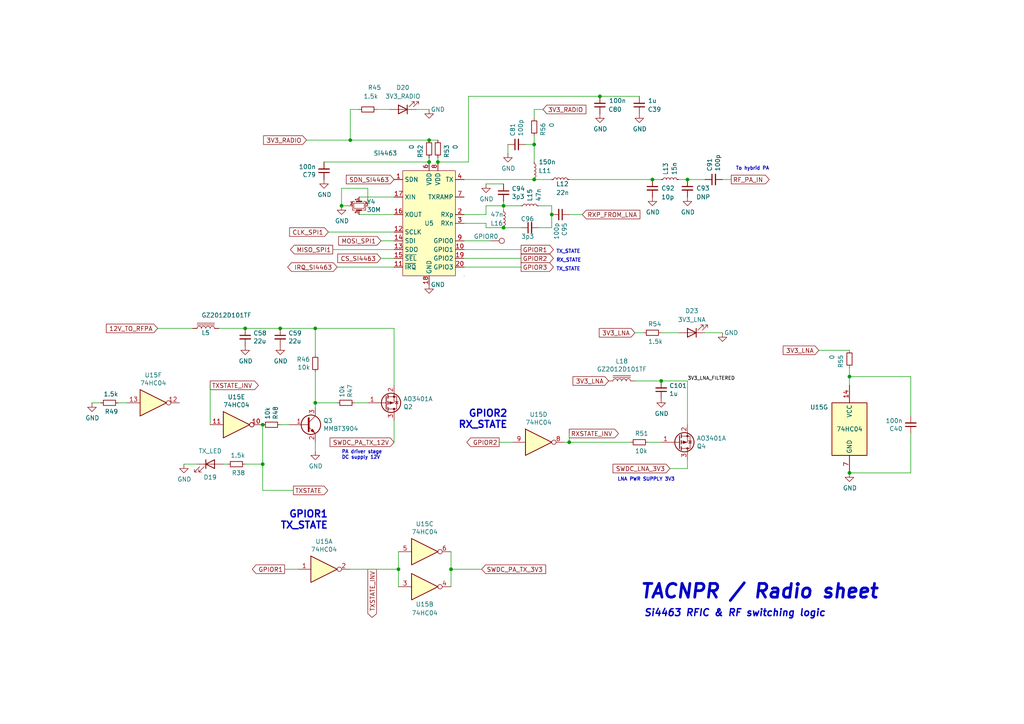
<source format=kicad_sch>
(kicad_sch (version 20211123) (generator eeschema)
  (paper "A4")
  (title_block (title "TACNPR") (rev "B"))
  (lib_symbols
    (symbol "74xx:74HC04"
      (property "Reference" "U" (at 0 1.27 0))
      (property "Value" "74HC04" (at 0 -1.27 0))
      (symbol "74HC04_1_0"
        (polyline (pts (xy -3.81 3.81) (xy -3.81 -3.81) (xy 3.81 0) (xy -3.81 3.81)) (stroke (width 0.254)) (fill (type background)))
        (pin input line (at -7.62 0 0) (length 3.81) (name "~") (number "1"))
        (pin output inverted (at 7.62 0 180) (length 3.81) (name "~") (number "2"))
      )
      (symbol "74HC04_2_0"
        (polyline (pts (xy -3.81 3.81) (xy -3.81 -3.81) (xy 3.81 0) (xy -3.81 3.81)) (stroke (width 0.254)) (fill (type background)))
        (pin input line (at -7.62 0 0) (length 3.81) (name "~") (number "3"))
        (pin output inverted (at 7.62 0 180) (length 3.81) (name "~") (number "4"))
      )
      (symbol "74HC04_3_0"
        (polyline (pts (xy -3.81 3.81) (xy -3.81 -3.81) (xy 3.81 0) (xy -3.81 3.81)) (stroke (width 0.254)) (fill (type background)))
        (pin input line (at -7.62 0 0) (length 3.81) (name "~") (number "5"))
        (pin output inverted (at 7.62 0 180) (length 3.81) (name "~") (number "6"))
      )
      (symbol "74HC04_4_0"
        (polyline (pts (xy -3.81 3.81) (xy -3.81 -3.81) (xy 3.81 0) (xy -3.81 3.81)) (stroke (width 0.254)) (fill (type background)))
        (pin output inverted (at 7.62 0 180) (length 3.81) (name "~") (number "8"))
        (pin input line (at -7.62 0 0) (length 3.81) (name "~") (number "9"))
      )
      (symbol "74HC04_5_0"
        (polyline (pts (xy -3.81 3.81) (xy -3.81 -3.81) (xy 3.81 0) (xy -3.81 3.81)) (stroke (width 0.254)) (fill (type background)))
        (pin output inverted (at 7.62 0 180) (length 3.81) (name "~") (number "10"))
        (pin input line (at -7.62 0 0) (length 3.81) (name "~") (number "11"))
      )
      (symbol "74HC04_6_0"
        (polyline (pts (xy -3.81 3.81) (xy -3.81 -3.81) (xy 3.81 0) (xy -3.81 3.81)) (stroke (width 0.254)) (fill (type background)))
        (pin output inverted (at 7.62 0 180) (length 3.81) (name "~") (number "12"))
        (pin input line (at -7.62 0 0) (length 3.81) (name "~") (number "13"))
      )
      (symbol "74HC04_7_0"
        (pin power_in line (at 0 12.7 270) (length 5.08) (name "VCC") (number "14"))
        (pin power_in line (at 0 -12.7 90) (length 5.08) (name "GND") (number "7"))
      )
      (symbol "74HC04_7_1"
        (rectangle (start -5.08 7.62) (end 5.08 -7.62) (stroke (width 0.254)) (fill (type background)))
      )
    )
    (symbol "Connector:TestPoint" (pin_numbers hide) (pin_names (offset 0.762) hide)
      (property "Reference" "TP" (at 0 6.858 0))
      (property "Value" "TestPoint" (at 0 5.08 0))
      (symbol "TestPoint_0_1"
        (circle (center 0 3.302) (radius 0.762))
      )
      (symbol "TestPoint_1_1"
        (pin passive line (at 0 0 90) (length 2.54) (name "1") (number "1"))
      )
    )
    (symbol "Device:C_Small" (pin_numbers hide) (pin_names (offset 0.254) hide)
      (property "Reference" "C" (at 0.254 1.778 0))
      (property "Value" "C_Small" (at 0.254 -2.032 0))
      (symbol "C_Small_0_1"
        (polyline (pts (xy -1.524 -0.508) (xy 1.524 -0.508)) (stroke (width 0.3302)))
        (polyline (pts (xy -1.524 0.508) (xy 1.524 0.508)) (stroke (width 0.3048)))
      )
      (symbol "C_Small_1_1"
        (pin passive line (at 0 2.54 270) (length 2.032) (name "~") (number "1"))
        (pin passive line (at 0 -2.54 90) (length 2.032) (name "~") (number "2"))
      )
    )
    (symbol "Device:Crystal_GND24_Small" (pin_names (offset 1.016) hide)
      (property "Reference" "Y" (at 1.27 4.445 0))
      (property "Value" "Crystal_GND24_Small" (at 1.27 2.54 0))
      (symbol "Crystal_GND24_Small_0_1"
        (rectangle (start -0.762 -1.524) (end 0.762 1.524))
        (polyline (pts (xy -1.27 -0.762) (xy -1.27 0.762)) (stroke (width 0.381)))
        (polyline (pts (xy 1.27 -0.762) (xy 1.27 0.762)) (stroke (width 0.381)))
        (polyline (pts (xy -1.27 -1.27) (xy -1.27 -1.905) (xy 1.27 -1.905) (xy 1.27 -1.27)))
        (polyline (pts (xy -1.27 1.27) (xy -1.27 1.905) (xy 1.27 1.905) (xy 1.27 1.27)))
      )
      (symbol "Crystal_GND24_Small_1_1"
        (pin passive line (at -2.54 0 0) (length 1.27) (name "1") (number "1"))
        (pin passive line (at 0 -2.54 90) (length 0.635) (name "2") (number "2"))
        (pin passive line (at 2.54 0 180) (length 1.27) (name "3") (number "3"))
        (pin passive line (at 0 2.54 270) (length 0.635) (name "4") (number "4"))
      )
    )
    (symbol "Device:LED" (pin_numbers hide) (pin_names (offset 1.016) hide)
      (property "Reference" "D" (at 0 2.54 0))
      (property "Value" "LED" (at 0 -2.54 0))
      (symbol "LED_0_1"
        (polyline (pts (xy -1.27 -1.27) (xy -1.27 1.27)) (stroke (width 0.254)))
        (polyline (pts (xy -1.27 0) (xy 1.27 0)))
        (polyline (pts (xy 1.27 -1.27) (xy 1.27 1.27) (xy -1.27 0) (xy 1.27 -1.27)) (stroke (width 0.254)))
        (polyline (pts (xy -3.048 -0.762) (xy -4.572 -2.286) (xy -3.81 -2.286) (xy -4.572 -2.286) (xy -4.572 -1.524)))
        (polyline (pts (xy -1.778 -0.762) (xy -3.302 -2.286) (xy -2.54 -2.286) (xy -3.302 -2.286) (xy -3.302 -1.524)))
      )
      (symbol "LED_1_1"
        (pin passive line (at -3.81 0 0) (length 2.54) (name "K") (number "1"))
        (pin passive line (at 3.81 0 180) (length 2.54) (name "A") (number "2"))
      )
    )
    (symbol "Device:L_Iron" (pin_numbers hide) (pin_names (offset 1.016) hide)
      (property "Reference" "L" (at -1.27 0 90))
      (property "Value" "L_Iron" (at 2.794 0 90))
      (symbol "L_Iron_0_1"
        (arc (start 0 -2.54) (mid 0.635 -1.905) (end 0 -1.27))
        (arc (start 0 -1.27) (mid 0.635 -0.635) (end 0 0))
        (polyline (pts (xy 1.016 2.54) (xy 1.016 -2.54)))
        (polyline (pts (xy 1.524 -2.54) (xy 1.524 2.54)))
        (arc (start 0 0) (mid 0.635 0.635) (end 0 1.27))
        (arc (start 0 1.27) (mid 0.635 1.905) (end 0 2.54))
      )
      (symbol "L_Iron_1_1"
        (pin passive line (at 0 3.81 270) (length 1.27) (name "1") (number "1"))
        (pin passive line (at 0 -3.81 90) (length 1.27) (name "2") (number "2"))
      )
    )
    (symbol "Device:L_Small" (pin_numbers hide) (pin_names (offset 0.254) hide)
      (property "Reference" "L" (at 0.762 1.016 0))
      (property "Value" "L_Small" (at 0.762 -1.016 0))
      (symbol "L_Small_0_1"
        (arc (start 0 -2.032) (mid 0.508 -1.524) (end 0 -1.016))
        (arc (start 0 -1.016) (mid 0.508 -0.508) (end 0 0))
        (arc (start 0 0) (mid 0.508 0.508) (end 0 1.016))
        (arc (start 0 1.016) (mid 0.508 1.524) (end 0 2.032))
      )
      (symbol "L_Small_1_1"
        (pin passive line (at 0 2.54 270) (length 0.508) (name "~") (number "1"))
        (pin passive line (at 0 -2.54 90) (length 0.508) (name "~") (number "2"))
      )
    )
    (symbol "Device:R_Small" (pin_numbers hide) (pin_names (offset 0.254) hide)
      (property "Reference" "R" (at 0.762 0.508 0))
      (property "Value" "R_Small" (at 0.762 -1.016 0))
      (symbol "R_Small_0_1"
        (rectangle (start -0.762 1.778) (end 0.762 -1.778) (stroke (width 0.2032)))
      )
      (symbol "R_Small_1_1"
        (pin passive line (at 0 2.54 270) (length 0.762) (name "~") (number "1"))
        (pin passive line (at 0 -2.54 90) (length 0.762) (name "~") (number "2"))
      )
    )
    (symbol "RF:Si4463"
      (property "Reference" "U" (at -6.35 16.51 0))
      (property "Value" "Si4463" (at 6.35 16.51 0))
      (symbol "Si4463_0_1"
        (rectangle (start -7.62 15.24) (end 7.62 -15.24) (fill (type background)))
        (rectangle (start 10.16 -15.24) (end 10.16 -15.24))
      )
      (symbol "Si4463_1_1"
        (pin input line (at -10.16 12.7 0) (length 2.54) (name "SDN") (number "1"))
        (pin bidirectional line (at 10.16 -7.62 180) (length 2.54) (name "GPIO1") (number "10"))
        (pin open_collector line (at -10.16 -12.7 0) (length 2.54) (name "~{IRQ}") (number "11"))
        (pin input line (at -10.16 -2.54 0) (length 2.54) (name "SCLK") (number "12"))
        (pin output line (at -10.16 -7.62 0) (length 2.54) (name "SDO") (number "13"))
        (pin input line (at -10.16 -5.08 0) (length 2.54) (name "SDI") (number "14"))
        (pin input line (at -10.16 -10.16 0) (length 2.54) (name "~{SEL}") (number "15"))
        (pin passive line (at -10.16 2.54 0) (length 2.54) (name "XOUT") (number "16"))
        (pin input line (at -10.16 7.62 0) (length 2.54) (name "XIN") (number "17"))
        (pin power_in line (at 0 -17.78 90) (length 2.54) (name "GND") (number "18"))
        (pin bidirectional line (at 10.16 -10.16 180) (length 2.54) (name "GPIO2") (number "19"))
        (pin input line (at 10.16 2.54 180) (length 2.54) (name "RXp") (number "2"))
        (pin bidirectional line (at 10.16 -12.7 180) (length 2.54) (name "GPIO3") (number "20"))
        (pin power_in line (at 0 -17.78 90) (length 2.54) hide (name "GND") (number "21"))
        (pin input line (at 10.16 0 180) (length 2.54) (name "RXn") (number "3"))
        (pin output line (at 10.16 12.7 180) (length 2.54) (name "TX") (number "4"))
        (pin no_connect line (at 7.62 -15.24 180) (length 2.54) hide (name "NC") (number "5"))
        (pin power_in line (at 0 17.78 270) (length 2.54) (name "VDD") (number "6"))
        (pin output line (at 10.16 7.62 180) (length 2.54) (name "TXRAMP") (number "7"))
        (pin power_in line (at 2.54 17.78 270) (length 2.54) (name "VDD") (number "8"))
        (pin bidirectional line (at 10.16 -5.08 180) (length 2.54) (name "GPIO0") (number "9"))
      )
    )
    (symbol "Transistor_BJT:BC847" (pin_names (offset 0) hide)
      (property "Reference" "Q" (at 5.08 1.905 0))
      (property "Value" "BC847" (at 5.08 0 0))
      (symbol "BC847_0_1"
        (polyline (pts (xy 0.635 0.635) (xy 2.54 2.54)))
        (polyline (pts (xy 0.635 -0.635) (xy 2.54 -2.54) (xy 2.54 -2.54)))
        (polyline (pts (xy 0.635 1.905) (xy 0.635 -1.905) (xy 0.635 -1.905)) (stroke (width 0.508)))
        (polyline (pts (xy 1.27 -1.778) (xy 1.778 -1.27) (xy 2.286 -2.286) (xy 1.27 -1.778) (xy 1.27 -1.778)) (fill (type outline)))
        (circle (center 1.27 0) (radius 2.8194) (stroke (width 0.254)))
      )
      (symbol "BC847_1_1"
        (pin input line (at -5.08 0 0) (length 5.715) (name "B") (number "1"))
        (pin passive line (at 2.54 -5.08 90) (length 2.54) (name "E") (number "2"))
        (pin passive line (at 2.54 5.08 270) (length 2.54) (name "C") (number "3"))
      )
    )
    (symbol "Transistor_FET:AO3401A" (pin_names hide)
      (property "Reference" "Q" (at 5.08 1.905 0))
      (property "Value" "AO3401A" (at 5.08 0 0))
      (symbol "AO3401A_0_1"
        (polyline (pts (xy 0.254 0) (xy -2.54 0)))
        (polyline (pts (xy 0.254 1.905) (xy 0.254 -1.905)) (stroke (width 0.254)))
        (polyline (pts (xy 0.762 -1.27) (xy 0.762 -2.286)) (stroke (width 0.254)))
        (polyline (pts (xy 0.762 0.508) (xy 0.762 -0.508)) (stroke (width 0.254)))
        (polyline (pts (xy 0.762 2.286) (xy 0.762 1.27)) (stroke (width 0.254)))
        (polyline (pts (xy 2.54 2.54) (xy 2.54 1.778)))
        (polyline (pts (xy 2.54 -2.54) (xy 2.54 0) (xy 0.762 0)))
        (polyline (pts (xy 0.762 1.778) (xy 3.302 1.778) (xy 3.302 -1.778) (xy 0.762 -1.778)))
        (polyline (pts (xy 2.286 0) (xy 1.27 0.381) (xy 1.27 -0.381) (xy 2.286 0)) (fill (type outline)))
        (polyline (pts (xy 2.794 -0.508) (xy 2.921 -0.381) (xy 3.683 -0.381) (xy 3.81 -0.254)))
        (polyline (pts (xy 3.302 -0.381) (xy 2.921 0.254) (xy 3.683 0.254) (xy 3.302 -0.381)))
        (circle (center 1.651 0) (radius 2.794) (stroke (width 0.254)))
        (circle (center 2.54 -1.778) (radius 0.254) (fill (type outline)))
        (circle (center 2.54 1.778) (radius 0.254) (fill (type outline)))
      )
      (symbol "AO3401A_1_1"
        (pin input line (at -5.08 0 0) (length 2.54) (name "G") (number "1"))
        (pin passive line (at 2.54 -5.08 90) (length 2.54) (name "S") (number "2"))
        (pin passive line (at 2.54 5.08 270) (length 2.54) (name "D") (number "3"))
      )
    )
    (symbol "power:GND" (power) (pin_names (offset 0))
      (property "Value" "GND" (at 0 -3.81 0))
      (symbol "GND_0_1"
        (polyline (pts (xy 0 0) (xy 0 -1.27) (xy 1.27 -1.27) (xy 0 -2.54) (xy -1.27 -1.27) (xy 0 -1.27)))
      )
      (symbol "GND_1_1"
        (pin power_in line (at 0 0 270) (length 0) hide (name "GND") (number "1"))
      )
    )
  )
  (junction (at 71.12 95.25))
  (junction (at 130.81 165.1))
  (junction (at 91.44 116.84))
  (junction (at 246.38 109.22))
  (junction (at 101.6 40.64))
  (junction (at 189.23 52.07))
  (junction (at 91.44 95.25))
  (junction (at 124.46 46.99))
  (junction (at 99.06 59.69))
  (junction (at 146.05 66.04))
  (junction (at 127 46.99))
  (junction (at 81.28 95.25))
  (junction (at 165.1 128.27))
  (junction (at 115.57 165.1))
  (junction (at 76.2 134.62))
  (junction (at 154.94 52.07))
  (junction (at 199.39 52.07))
  (junction (at 191.77 110.49))
  (junction (at 124.46 40.64))
  (junction (at 146.05 59.69))
  (junction (at 154.94 41.91))
  (junction (at 160.02 62.23))
  (junction (at 173.99 27.94))
  (junction (at 76.2 123.19))
  (junction (at 246.38 137.16))
  (wire (pts (xy 160.02 59.69) (xy 160.02 62.23)))
  (wire (pts (xy 114.3 67.31) (xy 95.25 67.31)))
  (wire (pts (xy 204.47 96.52) (xy 209.55 96.52)))
  (wire (pts (xy 160.02 52.07) (xy 154.94 52.07)))
  (wire (pts (xy 130.81 165.1) (xy 139.7 165.1)))
  (wire (pts (xy 165.1 52.07) (xy 189.23 52.07)))
  (wire (pts (xy 81.28 123.19) (xy 83.82 123.19)))
  (wire (pts (xy 101.6 31.75) (xy 101.6 40.64)))
  (wire (pts (xy 124.46 40.64) (xy 127 40.64)))
  (wire (pts (xy 191.77 52.07) (xy 189.23 52.07)))
  (wire (pts (xy 115.57 165.1) (xy 115.57 170.18)))
  (wire (pts (xy 63.5 95.25) (xy 71.12 95.25)))
  (wire (pts (xy 104.14 62.23) (xy 114.3 62.23)))
  (wire (pts (xy 66.04 134.62) (xy 64.77 134.62)))
  (wire (pts (xy 101.6 165.1) (xy 115.57 165.1)))
  (wire (pts (xy 264.16 109.22) (xy 264.16 120.65)))
  (wire (pts (xy 140.97 64.77) (xy 140.97 66.04)))
  (wire (pts (xy 264.16 125.73) (xy 264.16 137.16)))
  (wire (pts (xy 101.6 31.75) (xy 104.14 31.75)))
  (wire (pts (xy 165.1 62.23) (xy 168.91 62.23)))
  (wire (pts (xy 154.94 41.91) (xy 154.94 46.99)))
  (wire (pts (xy 140.97 53.34) (xy 146.05 53.34)))
  (wire (pts (xy 88.9 40.64) (xy 101.6 40.64)))
  (wire (pts (xy 93.98 46.99) (xy 124.46 46.99)))
  (wire (pts (xy 199.39 52.07) (xy 204.47 52.07)))
  (wire (pts (xy 134.62 62.23) (xy 140.97 62.23)))
  (wire (pts (xy 184.15 96.52) (xy 186.69 96.52)))
  (wire (pts (xy 130.81 160.02) (xy 130.81 165.1)))
  (wire (pts (xy 134.62 52.07) (xy 154.94 52.07)))
  (wire (pts (xy 91.44 130.81) (xy 91.44 128.27)))
  (wire (pts (xy 101.6 59.69) (xy 99.06 59.69)))
  (wire (pts (xy 134.62 64.77) (xy 140.97 64.77)))
  (wire (pts (xy 146.05 59.69) (xy 146.05 60.96)))
  (wire (pts (xy 124.46 46.99) (xy 124.46 45.72)))
  (wire (pts (xy 156.21 59.69) (xy 160.02 59.69)))
  (wire (pts (xy 147.32 44.45) (xy 147.32 41.91)))
  (wire (pts (xy 160.02 62.23) (xy 160.02 66.04)))
  (wire (pts (xy 81.28 95.25) (xy 71.12 95.25)))
  (wire (pts (xy 114.3 72.39) (xy 96.52 72.39)))
  (wire (pts (xy 160.02 66.04) (xy 156.21 66.04)))
  (wire (pts (xy 104.14 57.15) (xy 114.3 57.15)))
  (wire (pts (xy 184.15 110.49) (xy 191.77 110.49)))
  (wire (pts (xy 109.22 31.75) (xy 113.03 31.75)))
  (wire (pts (xy 199.39 135.89) (xy 194.31 135.89)))
  (wire (pts (xy 76.2 123.19) (xy 76.2 134.62)))
  (wire (pts (xy 57.15 134.62) (xy 53.34 134.62)))
  (wire (pts (xy 144.78 128.27) (xy 148.59 128.27)))
  (wire (pts (xy 154.94 41.91) (xy 154.94 39.37)))
  (wire (pts (xy 91.44 95.25) (xy 114.3 95.25)))
  (wire (pts (xy 114.3 74.93) (xy 110.49 74.93)))
  (wire (pts (xy 209.55 52.07) (xy 212.09 52.07)))
  (wire (pts (xy 130.81 170.18) (xy 130.81 165.1)))
  (wire (pts (xy 140.97 62.23) (xy 140.97 59.69)))
  (wire (pts (xy 165.1 125.73) (xy 165.1 128.27)))
  (wire (pts (xy 237.49 101.6) (xy 246.38 101.6)))
  (wire (pts (xy 81.28 95.25) (xy 91.44 95.25)))
  (wire (pts (xy 60.96 111.76) (xy 60.96 123.19)))
  (wire (pts (xy 146.05 66.04) (xy 151.13 66.04)))
  (wire (pts (xy 114.3 128.27) (xy 114.3 121.92)))
  (wire (pts (xy 191.77 96.52) (xy 196.85 96.52)))
  (wire (pts (xy 151.13 59.69) (xy 146.05 59.69)))
  (wire (pts (xy 26.67 116.84) (xy 29.21 116.84)))
  (wire (pts (xy 91.44 102.87) (xy 91.44 95.25)))
  (wire (pts (xy 71.12 134.62) (xy 76.2 134.62)))
  (wire (pts (xy 127 45.72) (xy 127 46.99)))
  (wire (pts (xy 246.38 137.16) (xy 264.16 137.16)))
  (wire (pts (xy 97.79 116.84) (xy 91.44 116.84)))
  (wire (pts (xy 97.79 77.47) (xy 114.3 77.47)))
  (wire (pts (xy 191.77 128.27) (xy 187.96 128.27)))
  (wire (pts (xy 76.2 142.24) (xy 85.09 142.24)))
  (wire (pts (xy 246.38 109.22) (xy 246.38 111.76)))
  (wire (pts (xy 101.6 40.64) (xy 124.46 40.64)))
  (wire (pts (xy 163.83 128.27) (xy 165.1 128.27)))
  (wire (pts (xy 140.97 66.04) (xy 146.05 66.04)))
  (wire (pts (xy 199.39 133.35) (xy 199.39 135.89)))
  (wire (pts (xy 191.77 110.49) (xy 199.39 110.49)))
  (wire (pts (xy 199.39 110.49) (xy 199.39 123.19)))
  (wire (pts (xy 134.62 77.47) (xy 151.13 77.47)))
  (wire (pts (xy 134.62 74.93) (xy 151.13 74.93)))
  (wire (pts (xy 152.4 41.91) (xy 154.94 41.91)))
  (wire (pts (xy 76.2 134.62) (xy 76.2 142.24)))
  (wire (pts (xy 135.89 46.99) (xy 127 46.99)))
  (wire (pts (xy 120.65 31.75) (xy 124.46 31.75)))
  (wire (pts (xy 140.97 59.69) (xy 146.05 59.69)))
  (wire (pts (xy 173.99 27.94) (xy 135.89 27.94)))
  (wire (pts (xy 114.3 95.25) (xy 114.3 111.76)))
  (wire (pts (xy 114.3 69.85) (xy 110.49 69.85)))
  (wire (pts (xy 134.62 69.85) (xy 142.24 69.85)))
  (wire (pts (xy 185.42 27.94) (xy 173.99 27.94)))
  (wire (pts (xy 134.62 72.39) (xy 151.13 72.39)))
  (wire (pts (xy 86.36 165.1) (xy 82.55 165.1)))
  (wire (pts (xy 246.38 106.68) (xy 246.38 109.22)))
  (wire (pts (xy 99.06 54.61) (xy 99.06 59.69)))
  (wire (pts (xy 135.89 27.94) (xy 135.89 46.99)))
  (wire (pts (xy 106.68 59.69) (xy 106.68 54.61)))
  (wire (pts (xy 115.57 165.1) (xy 115.57 160.02)))
  (wire (pts (xy 196.85 52.07) (xy 199.39 52.07)))
  (wire (pts (xy 146.05 58.42) (xy 146.05 59.69)))
  (wire (pts (xy 91.44 116.84) (xy 91.44 118.11)))
  (wire (pts (xy 106.68 54.61) (xy 99.06 54.61)))
  (wire (pts (xy 45.72 95.25) (xy 55.88 95.25)))
  (wire (pts (xy 154.94 31.75) (xy 154.94 34.29)))
  (wire (pts (xy 106.68 116.84) (xy 102.87 116.84)))
  (wire (pts (xy 165.1 128.27) (xy 182.88 128.27)))
  (wire (pts (xy 36.83 116.84) (xy 34.29 116.84)))
  (wire (pts (xy 157.48 31.75) (xy 154.94 31.75)))
  (wire (pts (xy 246.38 109.22) (xy 264.16 109.22)))
  (wire (pts (xy 91.44 107.95) (xy 91.44 116.84)))
  (text "TACNPR / Radio sheet" (at 185.42 173.99 0) (effects (font (size 3.9878 3.9878) (thickness 0.7976) bold italic) (justify left bottom)))
  (text "RX_STATE" (at 161.29 76.2 0) (effects (font (size 1.016 1.016) (thickness 0.2032) bold) (justify left bottom)))
  (text "To hybrid PA" (at 213.36 49.53 0) (effects (font (size 0.9906 0.9906) (thickness 0.1981) bold) (justify left bottom)))
  (text "Si4463 RFIC & RF switching logic" (at 186.69 179.07 0) (effects (font (size 2.0066 2.0066) (thickness 0.4013) bold italic) (justify left bottom)))
  (text "TX_STATE" (at 161.29 78.74 0) (effects (font (size 1.016 1.016) (thickness 0.2032) bold) (justify left bottom)))
  (text "PA driver stage\nDC supply 12V" (at 99.06 133.35 0) (effects (font (size 0.9906 0.9906) (thickness 0.1981) bold) (justify left bottom)))
  (text "GPIOR2\nRX_STATE" (at 147.32 124.46 180) (effects (font (size 2.0066 2.0066) (thickness 0.4013) bold) (justify right bottom)))
  (text "GPIOR1\nTX_STATE" (at 95.25 153.67 180) (effects (font (size 2.0066 2.0066) (thickness 0.4013) bold) (justify right bottom)))
  (text "TX_STATE" (at 161.29 73.66 0) (effects (font (size 1.016 1.016) (thickness 0.2032) bold) (justify left bottom)))
  (text "LNA PWR SUPPLY 3V3" (at 179.07 139.7 0) (effects (font (size 0.9906 0.9906) (thickness 0.1981) bold) (justify left bottom)))
  (label "3V3_LNA_FILTERED" (at 199.39 110.49 0) (effects (font (size 0.9906 0.9906))))
  (global_label "SDN_SI4463" (shape input) (at 114.3 52.07 180) (property "Intersheet References" "${INTERSHEET_REFS}" (effects hide)))
  (global_label "RXP_FROM_LNA" (shape input) (at 168.91 62.23 0) (property "Intersheet References" "${INTERSHEET_REFS}" (effects hide)))
  (global_label "3V3_RADIO" (shape input) (at 157.48 31.75 0) (property "Intersheet References" "${INTERSHEET_REFS}" (effects hide)))
  (global_label "3V3_LNA" (shape input) (at 237.49 101.6 180) (property "Intersheet References" "${INTERSHEET_REFS}" (effects hide)))
  (global_label "GPIOR1" (shape output) (at 151.13 72.39 0) (property "Intersheet References" "${INTERSHEET_REFS}" (effects hide)))
  (global_label "MOSI_SPI1" (shape input) (at 110.49 69.85 180) (property "Intersheet References" "${INTERSHEET_REFS}" (effects hide)))
  (global_label "IRQ_SI4463" (shape bidirectional) (at 97.79 77.47 180) (property "Intersheet References" "${INTERSHEET_REFS}" (effects hide)))
  (global_label "RF_PA_IN" (shape output) (at 212.09 52.07 0) (property "Intersheet References" "${INTERSHEET_REFS}" (effects hide)))
  (global_label "SWDC_LNA_3V3" (shape input) (at 194.31 135.89 180) (property "Intersheet References" "${INTERSHEET_REFS}" (effects hide)))
  (global_label "GPIOR3" (shape output) (at 151.13 77.47 0) (property "Intersheet References" "${INTERSHEET_REFS}" (effects hide)))
  (global_label "SWDC_PA_TX_12V" (shape input) (at 114.3 128.27 180) (property "Intersheet References" "${INTERSHEET_REFS}" (effects hide)))
  (global_label "3V3_LNA" (shape input) (at 176.53 110.49 180) (property "Intersheet References" "${INTERSHEET_REFS}" (effects hide)))
  (global_label "TXSTATE_INV" (shape output) (at 60.96 111.76 0) (property "Intersheet References" "${INTERSHEET_REFS}" (effects hide)))
  (global_label "3V3_LNA" (shape input) (at 184.15 96.52 180) (property "Intersheet References" "${INTERSHEET_REFS}" (effects hide)))
  (global_label "CS_SI4463" (shape input) (at 110.49 74.93 180) (property "Intersheet References" "${INTERSHEET_REFS}" (effects hide)))
  (global_label "SWDC_PA_TX_3V3" (shape input) (at 139.7 165.1 0) (property "Intersheet References" "${INTERSHEET_REFS}" (effects hide)))
  (global_label "GPIOR1" (shape output) (at 82.55 165.1 180) (property "Intersheet References" "${INTERSHEET_REFS}" (effects hide)))
  (global_label "GPIOR2" (shape output) (at 151.13 74.93 0) (property "Intersheet References" "${INTERSHEET_REFS}" (effects hide)))
  (global_label "CLK_SPI1" (shape input) (at 95.25 67.31 180) (property "Intersheet References" "${INTERSHEET_REFS}" (effects hide)))
  (global_label "GPIOR2" (shape output) (at 144.78 128.27 180) (property "Intersheet References" "${INTERSHEET_REFS}" (effects hide)))
  (global_label "3V3_RADIO" (shape input) (at 88.9 40.64 180) (property "Intersheet References" "${INTERSHEET_REFS}" (effects hide)))
  (global_label "MISO_SPI1" (shape output) (at 96.52 72.39 180) (property "Intersheet References" "${INTERSHEET_REFS}" (effects hide)))
  (global_label "RXSTATE_INV" (shape output) (at 165.1 125.73 0) (property "Intersheet References" "${INTERSHEET_REFS}" (effects hide)))
  (global_label "12V_TO_RFPA" (shape input) (at 45.72 95.25 180) (property "Intersheet References" "${INTERSHEET_REFS}" (effects hide)))
  (global_label "TXSTATE_INV" (shape output) (at 107.95 165.1 270) (property "Intersheet References" "${INTERSHEET_REFS}" (effects hide)))
  (global_label "TXSTATE" (shape output) (at 85.09 142.24 0) (property "Intersheet References" "${INTERSHEET_REFS}" (effects hide)))
  (symbol (lib_id "RF:Si4463") (at 124.46 64.77 0) (unit 1)
    (property "Reference" "U5" (at 124.46 64.77 0))
    (property "Value" "Si4463" (at 111.76 44.45 0))
    (property "Footprint" "Package_DFN_QFN:QFN-20-1EP_4x4mm_P0.5mm_EP2.6x2.6mm_ThermalVias" (effects hide))
    (property "Datasheet" "https://www.silabs.com/documents/public/data-sheets/Si4464-63-61-60.pdf" (effects hide))
    (property "DNP" "TRUE" (effects hide))
  )
  (symbol (lib_id "Device:Crystal_GND24_Small") (at 104.14 59.69 270) (unit 1)
    (property "Reference" "Y4" (at 106.3752 58.5216 90) (effects (justify left)))
    (property "Value" "30M" (at 106.3752 60.833 90) (effects (justify left)))
    (property "Footprint" "Crystal:Crystal_SMD_SeikoEpson_TSX3225-4Pin_3.2x2.5mm" (effects hide))
    (property "LCSC" "C251625" (effects hide))
  )
  (symbol (lib_id "Device:C_Small") (at 149.86 41.91 90) (unit 1)
    (property "Reference" "C81" (at 148.6916 39.5732 0) (effects (justify left)))
    (property "Value" "100p" (at 151.003 39.5732 0) (effects (justify left)))
    (property "Footprint" "Capacitor_SMD:C_0603_1608Metric" (effects hide))
    (property "LCSC" "C14858" (effects hide))
  )
  (symbol (lib_id "Device:C_Small") (at 93.98 49.53 180) (unit 1)
    (property "Reference" "C79" (at 91.6432 50.6984 0) (effects (justify left)))
    (property "Value" "100n" (at 91.6432 48.387 0) (effects (justify left)))
    (property "Footprint" "Capacitor_SMD:C_0603_1608Metric" (effects hide))
    (property "LCSC" "C14663" (effects hide))
  )
  (symbol (lib_id "power:GND") (at 124.46 82.55 0) (unit 1)
    (property "Reference" "#PWR0124" (effects hide))
    (property "Value" "GND" (at 127 82.55 0))
  )
  (symbol (lib_id "power:GND") (at 93.98 52.07 0) (unit 1)
    (property "Reference" "#PWR0125" (effects hide))
    (property "Value" "GND" (at 94.107 56.4642 0))
  )
  (symbol (lib_id "Device:C_Small") (at 173.99 30.48 180) (unit 1)
    (property "Reference" "C80" (at 180.34 31.75 0) (effects (justify left)))
    (property "Value" "100n" (at 181.61 29.21 0) (effects (justify left)))
    (property "Footprint" "Capacitor_SMD:C_0603_1608Metric" (effects hide))
    (property "LCSC" "C14663" (effects hide))
  )
  (symbol (lib_id "power:GND") (at 173.99 33.02 0) (unit 1)
    (property "Reference" "#PWR0126" (effects hide))
    (property "Value" "GND" (at 174.117 37.4142 0))
  )
  (symbol (lib_id "Device:C_Small") (at 185.42 30.48 180) (unit 1)
    (property "Reference" "C39" (at 191.77 31.75 0) (effects (justify left)))
    (property "Value" "1u" (at 190.5 29.21 0) (effects (justify left)))
    (property "Footprint" "Capacitor_SMD:C_0805_2012Metric" (effects hide))
    (property "LCSC" "C28323" (effects hide))
  )
  (symbol (lib_id "power:GND") (at 185.42 33.02 0) (unit 1)
    (property "Reference" "#PWR0127" (effects hide))
    (property "Value" "GND" (at 185.547 37.4142 0))
  )
  (symbol (lib_id "Connector:TestPoint") (at 142.24 69.85 270) (unit 1)
    (property "Reference" "GPIOR0" (at 140.97 68.58 90))
    (property "Value" "GPIO_R1" (effects hide))
    (property "Footprint" "TestPoint:TestPoint_Pad_D1.5mm" (effects hide))
    (property "DNP" "TRUE" (effects hide))
  )
  (symbol (lib_id "Device:LED") (at 60.96 134.62 0) (unit 1)
    (property "Reference" "D19" (at 60.96 138.43 0))
    (property "Value" "TX_LED" (at 60.96 130.81 0))
    (property "Footprint" "LED_SMD:LED_0603_1608Metric" (effects hide))
    (property "LCSC" "C2286" (effects hide))
  )
  (symbol (lib_id "Device:R_Small") (at 68.58 134.62 90) (unit 1)
    (property "Reference" "R38" (at 71.12 137.16 90) (effects (justify left)))
    (property "Value" "1.5k" (at 71.12 132.08 90) (effects (justify left)))
    (property "Footprint" "Resistor_SMD:R_0603_1608Metric" (effects hide))
    (property "LCSC" "C22843" (effects hide))
  )
  (symbol (lib_id "Device:LED") (at 116.84 31.75 180) (unit 1)
    (property "Reference" "D20" (at 116.84 25.4 0))
    (property "Value" "3V3_RADIO" (at 116.84 27.94 0))
    (property "Footprint" "LED_SMD:LED_0603_1608Metric" (effects hide))
    (property "LCSC" "C72043" (effects hide))
  )
  (symbol (lib_id "Device:R_Small") (at 106.68 31.75 270) (unit 1)
    (property "Reference" "R45" (at 106.68 25.4 90) (effects (justify left)))
    (property "Value" "1.5k" (at 105.41 27.94 90) (effects (justify left)))
    (property "Footprint" "Resistor_SMD:R_0603_1608Metric" (effects hide))
    (property "LCSC" "C22843" (effects hide))
  )
  (symbol (lib_id "power:GND") (at 124.46 31.75 0) (unit 1)
    (property "Reference" "#PWR0170" (effects hide))
    (property "Value" "GND" (at 127 31.75 0))
  )
  (symbol (lib_id "74xx:74HC04") (at 93.98 165.1 0) (unit 1)
    (property "Reference" "U15" (at 93.98 157.0482 0))
    (property "Value" "74HC04" (at 93.98 159.3596 0))
    (property "Footprint" "Package_SO:SOIC-14_3.9x8.7mm_P1.27mm" (effects hide))
    (property "Datasheet" "https://assets.nexperia.com/documents/data-sheet/74HC_HCT04.pdf" (effects hide))
    (property "LCSC" "C86613" (effects hide))
  )
  (symbol (lib_id "74xx:74HC04") (at 123.19 170.18 0) (unit 2)
    (property "Reference" "U15" (at 123.19 175.26 0))
    (property "Value" "74HC04" (at 123.19 177.8 0))
    (property "Footprint" "Package_SO:SOIC-14_3.9x8.7mm_P1.27mm" (effects hide))
    (property "Datasheet" "https://assets.nexperia.com/documents/data-sheet/74HC_HCT04.pdf" (effects hide))
    (property "LCSC" "C86613" (effects hide))
  )
  (symbol (lib_id "Transistor_BJT:BC847") (at 88.9 123.19 0) (unit 1)
    (property "Reference" "Q3" (at 93.7514 122.0216 0) (effects (justify left)))
    (property "Value" "MMBT3904" (at 93.7514 124.333 0) (effects (justify left)))
    (property "Footprint" "Package_TO_SOT_SMD:SOT-23" (effects hide))
    (property "Datasheet" "http://www.infineon.com/dgdl/Infineon-BC847SERIES_BC848SERIES_BC849SERIES_BC850SERIES-DS-v01_01-en.pdf?fileId=db3a304314dca389011541d4630a1657" (effects hide))
    (property "LCSC" "C20526" (effects hide))
  )
  (symbol (lib_id "Device:R_Small") (at 91.44 105.41 0) (mirror y) (unit 1)
    (property "Reference" "R46" (at 89.9414 104.2416 0) (effects (justify left)))
    (property "Value" "10k" (at 89.9414 106.553 0) (effects (justify left)))
    (property "Footprint" "Resistor_SMD:R_0603_1608Metric" (effects hide))
    (property "LCSC" "C25804" (effects hide))
  )
  (symbol (lib_id "Device:R_Small") (at 78.74 123.19 270) (mirror x) (unit 1)
    (property "Reference" "R48" (at 79.9084 121.6914 0) (effects (justify left)))
    (property "Value" "10k" (at 77.597 121.6914 0) (effects (justify left)))
    (property "Footprint" "Resistor_SMD:R_0603_1608Metric" (effects hide))
    (property "LCSC" "C25804" (effects hide))
  )
  (symbol (lib_id "Transistor_FET:AO3401A") (at 111.76 116.84 0) (mirror x) (unit 1)
    (property "Reference" "Q2" (at 116.967 118.0084 0) (effects (justify left)))
    (property "Value" "AO3401A" (at 116.967 115.697 0) (effects (justify left)))
    (property "Footprint" "Package_TO_SOT_SMD:SOT-23" (effects hide))
    (property "Datasheet" "http://www.aosmd.com/pdfs/datasheet/AO3401A.pdf" (effects hide))
    (property "LCSC" "C15127" (effects hide))
  )
  (symbol (lib_id "power:GND") (at 91.44 130.81 0) (unit 1)
    (property "Reference" "#PWR0171" (effects hide))
    (property "Value" "GND" (at 91.567 135.2042 0))
  )
  (symbol (lib_id "Device:R_Small") (at 100.33 116.84 270) (mirror x) (unit 1)
    (property "Reference" "R47" (at 101.4984 115.3414 0) (effects (justify left)))
    (property "Value" "10k" (at 99.187 115.3414 0) (effects (justify left)))
    (property "Footprint" "Resistor_SMD:R_0603_1608Metric" (effects hide))
    (property "LCSC" "C25804" (effects hide))
  )
  (symbol (lib_id "74xx:74HC04") (at 123.19 160.02 0) (unit 3)
    (property "Reference" "U15" (at 123.19 151.9682 0))
    (property "Value" "74HC04" (at 123.19 154.2796 0))
    (property "Footprint" "Package_SO:SOIC-14_3.9x8.7mm_P1.27mm" (effects hide))
    (property "Datasheet" "https://assets.nexperia.com/documents/data-sheet/74HC_HCT04.pdf" (effects hide))
    (property "LCSC" "C86613" (effects hide))
  )
  (symbol (lib_id "74xx:74HC04") (at 246.38 124.46 0) (unit 7)
    (property "Reference" "U15" (at 234.95 118.11 0) (effects (justify left)))
    (property "Value" "74HC04" (at 242.57 124.46 0) (effects (justify left)))
    (property "Footprint" "Package_SO:SOIC-14_3.9x8.7mm_P1.27mm" (effects hide))
    (property "Datasheet" "https://assets.nexperia.com/documents/data-sheet/74HC_HCT04.pdf" (effects hide))
    (property "LCSC" "C86613" (effects hide))
  )
  (symbol (lib_id "power:GND") (at 246.38 137.16 0) (unit 1)
    (property "Reference" "#PWR0172" (effects hide))
    (property "Value" "GND" (at 246.507 141.5542 0))
  )
  (symbol (lib_id "Device:C_Small") (at 264.16 123.19 180) (unit 1)
    (property "Reference" "C40" (at 261.8232 124.3584 0) (effects (justify left)))
    (property "Value" "100n" (at 261.8232 122.047 0) (effects (justify left)))
    (property "Footprint" "Capacitor_SMD:C_0603_1608Metric" (effects hide))
    (property "LCSC" "C14663" (effects hide))
  )
  (symbol (lib_id "74xx:74HC04") (at 156.21 128.27 0) (unit 4)
    (property "Reference" "U15" (at 156.21 120.2182 0))
    (property "Value" "74HC04" (at 156.21 122.5296 0))
    (property "Footprint" "Package_SO:SOIC-14_3.9x8.7mm_P1.27mm" (effects hide))
    (property "Datasheet" "https://assets.nexperia.com/documents/data-sheet/74HC_HCT04.pdf" (effects hide))
    (property "LCSC" "C86613" (effects hide))
  )
  (symbol (lib_id "74xx:74HC04") (at 68.58 123.19 0) (unit 5)
    (property "Reference" "U15" (at 68.58 115.1382 0))
    (property "Value" "74HC04" (at 68.58 117.4496 0))
    (property "Footprint" "Package_SO:SOIC-14_3.9x8.7mm_P1.27mm" (effects hide))
    (property "Datasheet" "https://assets.nexperia.com/documents/data-sheet/74HC_HCT04.pdf" (effects hide))
    (property "LCSC" "C86613" (effects hide))
  )
  (symbol (lib_id "74xx:74HC04") (at 44.45 116.84 0) (unit 6)
    (property "Reference" "U15" (at 44.45 108.7882 0))
    (property "Value" "74HC04" (at 44.45 111.0996 0))
    (property "Footprint" "Package_SO:SOIC-14_3.9x8.7mm_P1.27mm" (effects hide))
    (property "Datasheet" "https://assets.nexperia.com/documents/data-sheet/74HC_HCT04.pdf" (effects hide))
    (property "LCSC" "C86613" (effects hide))
  )
  (symbol (lib_id "Transistor_FET:AO3401A") (at 196.85 128.27 0) (mirror x) (unit 1)
    (property "Reference" "Q4" (at 202.057 129.4384 0) (effects (justify left)))
    (property "Value" "AO3401A" (at 202.057 127.127 0) (effects (justify left)))
    (property "Footprint" "Package_TO_SOT_SMD:SOT-23" (effects hide))
    (property "Datasheet" "http://www.aosmd.com/pdfs/datasheet/AO3401A.pdf" (effects hide))
    (property "LCSC" "C15127" (effects hide))
  )
  (symbol (lib_id "Device:R_Small") (at 185.42 128.27 270) (mirror x) (unit 1)
    (property "Reference" "R51" (at 184.15 125.73 90) (effects (justify left)))
    (property "Value" "10k" (at 184.15 130.81 90) (effects (justify left)))
    (property "Footprint" "Resistor_SMD:R_0603_1608Metric" (effects hide))
    (property "LCSC" "C25804" (effects hide))
  )
  (symbol (lib_id "power:GND") (at 53.34 134.62 0) (unit 1)
    (property "Reference" "#PWR0167" (effects hide))
    (property "Value" "GND" (at 53.467 139.0142 0))
  )
  (symbol (lib_id "Device:C_Small") (at 71.12 97.79 0) (unit 1)
    (property "Reference" "C58" (at 73.4568 96.6216 0) (effects (justify left)))
    (property "Value" "22u" (at 73.4568 98.933 0) (effects (justify left)))
    (property "Footprint" "Capacitor_SMD:C_1206_3216Metric" (effects hide))
    (property "LCSC" "C12891" (effects hide))
  )
  (symbol (lib_id "Device:C_Small") (at 81.28 97.79 0) (unit 1)
    (property "Reference" "C59" (at 83.6168 96.6216 0) (effects (justify left)))
    (property "Value" "22u" (at 83.6168 98.933 0) (effects (justify left)))
    (property "Footprint" "Capacitor_SMD:C_1206_3216Metric" (effects hide))
    (property "LCSC" "C12891" (effects hide))
  )
  (symbol (lib_id "Device:L_Iron") (at 59.69 95.25 90) (unit 1)
    (property "Reference" "L5" (at 58.42 96.52 90) (effects (justify right)))
    (property "Value" "GZ2012D101TF" (at 58.42 91.44 90) (effects (justify right)))
    (property "Footprint" "Inductor_SMD:L_0805_2012Metric" (effects hide))
    (property "LCSC" "C1015" (effects hide))
  )
  (symbol (lib_id "power:GND") (at 71.12 100.33 0) (unit 1)
    (property "Reference" "#PWR0153" (effects hide))
    (property "Value" "GND" (at 71.247 104.7242 0))
  )
  (symbol (lib_id "power:GND") (at 81.28 100.33 0) (unit 1)
    (property "Reference" "#PWR0169" (effects hide))
    (property "Value" "GND" (at 81.407 104.7242 0))
  )
  (symbol (lib_id "power:GND") (at 26.67 116.84 0) (unit 1)
    (property "Reference" "#PWR0174" (effects hide))
    (property "Value" "GND" (at 26.797 121.2342 0))
  )
  (symbol (lib_id "Device:R_Small") (at 31.75 116.84 90) (unit 1)
    (property "Reference" "R49" (at 34.29 119.38 90) (effects (justify left)))
    (property "Value" "1.5k" (at 34.29 114.3 90) (effects (justify left)))
    (property "Footprint" "Resistor_SMD:R_0603_1608Metric" (effects hide))
    (property "LCSC" "C22843" (effects hide))
  )
  (symbol (lib_id "Device:R_Small") (at 124.46 43.18 180) (unit 1)
    (property "Reference" "R52" (at 121.92 41.91 90) (effects (justify left)))
    (property "Value" "0" (at 119.38 41.91 90) (effects (justify left)))
    (property "Footprint" "Resistor_SMD:R_0805_2012Metric" (effects hide))
    (property "LCSC" "C17477" (effects hide))
  )
  (symbol (lib_id "Device:R_Small") (at 127 43.18 180) (unit 1)
    (property "Reference" "R53" (at 129.54 41.91 90) (effects (justify left)))
    (property "Value" "0" (at 132.08 41.91 90) (effects (justify left)))
    (property "Footprint" "Resistor_SMD:R_0805_2012Metric" (effects hide))
    (property "LCSC" "C17477" (effects hide))
  )
  (symbol (lib_id "Device:LED") (at 200.66 96.52 180) (unit 1)
    (property "Reference" "D23" (at 200.66 90.17 0))
    (property "Value" "3V3_LNA" (at 200.66 92.71 0))
    (property "Footprint" "LED_SMD:LED_0603_1608Metric" (effects hide))
    (property "LCSC" "C72043" (effects hide))
  )
  (symbol (lib_id "Device:R_Small") (at 189.23 96.52 270) (unit 1)
    (property "Reference" "R54" (at 187.96 93.98 90) (effects (justify left)))
    (property "Value" "1.5k" (at 187.96 99.06 90) (effects (justify left)))
    (property "Footprint" "Resistor_SMD:R_0603_1608Metric" (effects hide))
    (property "LCSC" "C22843" (effects hide))
  )
  (symbol (lib_id "power:GND") (at 209.55 96.52 0) (unit 1)
    (property "Reference" "#PWR0180" (effects hide))
    (property "Value" "GND" (at 212.09 96.52 0))
  )
  (symbol (lib_id "Device:L_Small") (at 162.56 52.07 270) (mirror x) (unit 1)
    (property "Reference" "L12" (at 161.29 53.34 90) (effects (justify left)))
    (property "Value" "22n" (at 161.29 55.88 90) (effects (justify left)))
    (property "Footprint" "Inductor_SMD:L_0603_1608Metric" (effects hide))
    (property "LCSC" "C12099" (effects hide))
  )
  (symbol (lib_id "Device:L_Small") (at 154.94 49.53 0) (mirror x) (unit 1)
    (property "Reference" "L11" (at 156.21 49.53 0) (effects (justify left)))
    (property "Value" "150n" (at 156.21 46.99 0) (effects (justify left)))
    (property "Footprint" "Inductor_SMD:L_0603_1608Metric" (effects hide))
    (property "LCSC" "C15566" (effects hide))
  )
  (symbol (lib_id "power:GND") (at 147.32 44.45 0) (unit 1)
    (property "Reference" "#PWR0181" (effects hide))
    (property "Value" "GND" (at 147.447 48.8442 0))
  )
  (symbol (lib_id "Device:R_Small") (at 154.94 36.83 180) (unit 1)
    (property "Reference" "R56" (at 157.48 35.56 90) (effects (justify left)))
    (property "Value" "0" (at 160.02 35.56 90) (effects (justify left)))
    (property "Footprint" "Resistor_SMD:R_0805_2012Metric" (effects hide))
    (property "LCSC" "C17477" (effects hide))
  )
  (symbol (lib_id "Device:R_Small") (at 246.38 104.14 180) (unit 1)
    (property "Reference" "R55" (at 243.84 102.87 90) (effects (justify left)))
    (property "Value" "0" (at 241.3 102.87 90) (effects (justify left)))
    (property "Footprint" "Resistor_SMD:R_0805_2012Metric" (effects hide))
    (property "LCSC" "C17477" (effects hide))
  )
  (symbol (lib_id "Device:C_Small") (at 189.23 54.61 0) (unit 1)
    (property "Reference" "C92" (at 191.77 54.61 0) (effects (justify left)))
    (property "Value" "10p" (at 191.77 57.15 0) (effects (justify left)))
    (property "Footprint" "Capacitor_SMD:C_0603_1608Metric" (effects hide))
    (property "LCSC" "C1634" (effects hide))
  )
  (symbol (lib_id "power:GND") (at 189.23 57.15 0) (unit 1)
    (property "Reference" "#PWR0182" (effects hide))
    (property "Value" "GND" (at 189.357 61.5442 0))
  )
  (symbol (lib_id "Device:C_Small") (at 199.39 54.61 0) (unit 1)
    (property "Reference" "C93" (at 201.93 54.61 0) (effects (justify left)))
    (property "Value" "DNP" (at 201.93 57.15 0) (effects (justify left)))
    (property "Footprint" "Capacitor_SMD:C_0603_1608Metric_Pad1.08x0.95mm_HandSolder" (effects hide))
    (property "DNP" "TRUE" (effects hide))
  )
  (symbol (lib_id "power:GND") (at 199.39 57.15 0) (unit 1)
    (property "Reference" "#PWR0183" (effects hide))
    (property "Value" "GND" (at 199.517 61.5442 0))
  )
  (symbol (lib_id "Device:L_Small") (at 194.31 52.07 270) (mirror x) (unit 1)
    (property "Reference" "L13" (at 193.04 50.8 0) (effects (justify left)))
    (property "Value" "15n" (at 195.58 50.8 0) (effects (justify left)))
    (property "Footprint" "Inductor_SMD:L_0603_1608Metric" (effects hide))
    (property "LCSC" "C23651" (effects hide))
  )
  (symbol (lib_id "Device:C_Small") (at 207.01 52.07 90) (unit 1)
    (property "Reference" "C91" (at 205.8416 49.7332 0) (effects (justify left)))
    (property "Value" "100p" (at 208.153 49.7332 0) (effects (justify left)))
    (property "Footprint" "Capacitor_SMD:C_0603_1608Metric" (effects hide))
    (property "LCSC" "C14858" (effects hide))
  )
  (symbol (lib_id "Device:L_Small") (at 146.05 63.5 0) (mirror x) (unit 1)
    (property "Reference" "L16" (at 142.24 64.77 0) (effects (justify left)))
    (property "Value" "47n" (at 142.24 62.23 0) (effects (justify left)))
    (property "Footprint" "Inductor_SMD:L_0603_1608Metric" (effects hide))
    (property "LCSC" "C29683" (effects hide))
  )
  (symbol (lib_id "Device:C_Small") (at 153.67 66.04 90) (unit 1)
    (property "Reference" "C96" (at 154.94 63.5 90) (effects (justify left)))
    (property "Value" "3p3" (at 154.94 68.58 90) (effects (justify left)))
    (property "Footprint" "Capacitor_SMD:C_0603_1608Metric" (effects hide))
    (property "LCSC" "C1660" (effects hide))
  )
  (symbol (lib_id "Device:L_Small") (at 153.67 59.69 270) (mirror x) (unit 1)
    (property "Reference" "L15" (at 153.67 58.42 0) (effects (justify left)))
    (property "Value" "47n" (at 156.21 58.42 0) (effects (justify left)))
    (property "Footprint" "Inductor_SMD:L_0603_1608Metric" (effects hide))
    (property "LCSC" "C29683" (effects hide))
  )
  (symbol (lib_id "Device:C_Small") (at 146.05 55.88 0) (unit 1)
    (property "Reference" "C94" (at 148.3868 54.7116 0) (effects (justify left)))
    (property "Value" "3p3" (at 148.3868 57.023 0) (effects (justify left)))
    (property "Footprint" "Capacitor_SMD:C_0603_1608Metric" (effects hide))
    (property "LCSC" "C1660" (effects hide))
  )
  (symbol (lib_id "power:GND") (at 140.97 53.34 0) (unit 1)
    (property "Reference" "#PWR0184" (effects hide))
    (property "Value" "GND" (at 141.097 57.7342 0))
  )
  (symbol (lib_id "Device:C_Small") (at 162.56 62.23 270) (unit 1)
    (property "Reference" "C95" (at 163.7284 64.5668 0) (effects (justify left)))
    (property "Value" "100p" (at 161.417 64.5668 0) (effects (justify left)))
    (property "Footprint" "Capacitor_SMD:C_0603_1608Metric" (effects hide))
    (property "LCSC" "C14858" (effects hide))
  )
  (symbol (lib_id "power:GND") (at 99.06 59.69 0) (unit 1)
    (property "Reference" "#PWR0193" (effects hide))
    (property "Value" "GND" (at 99.187 64.0842 0))
  )
  (symbol (lib_id "Device:L_Iron") (at 180.34 110.49 90) (unit 1)
    (property "Reference" "L18" (at 180.34 104.775 90))
    (property "Value" "GZ2012D101TF" (at 180.34 107.0864 90))
    (property "Footprint" "Inductor_SMD:L_0805_2012Metric" (effects hide))
    (property "LCSC" "C1015" (effects hide))
  )
  (symbol (lib_id "Device:C_Small") (at 191.77 113.03 180) (unit 1)
    (property "Reference" "C101" (at 194.1068 111.8616 0) (effects (justify right)))
    (property "Value" "1u" (at 194.1068 114.173 0) (effects (justify right)))
    (property "Footprint" "Capacitor_SMD:C_0805_2012Metric" (effects hide))
    (property "LCSC" "C28323" (effects hide))
  )
  (symbol (lib_id "power:GND") (at 191.77 115.57 0) (unit 1)
    (property "Reference" "#PWR0102" (effects hide))
    (property "Value" "GND" (at 191.897 119.9642 0))
  )
)
</source>
